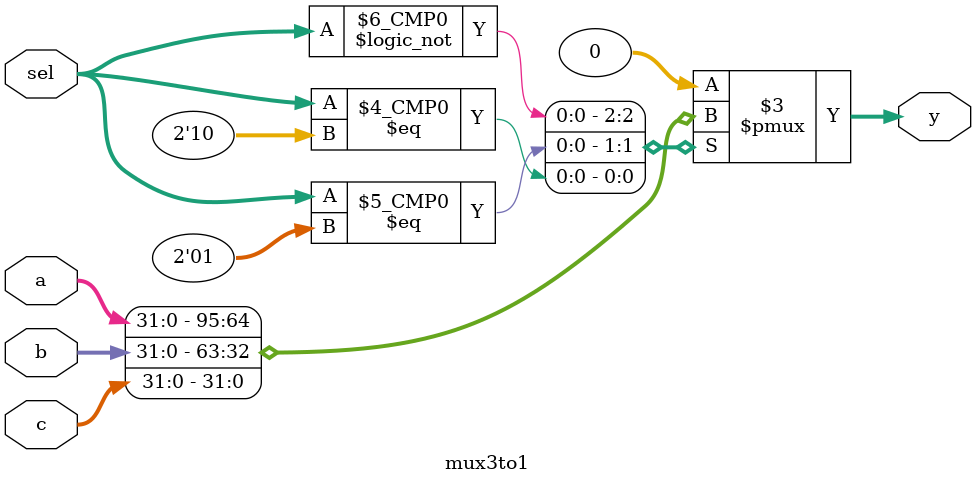
<source format=sv>
module mux3to1(
  input  logic [31:0] a,b,c,
  input  logic [1:0] sel,
  output logic [31:0] y
);
  always_comb begin
    case(sel)
	   2'b00  : y = a    ;
		2'b01  : y = b    ;
		2'b10  : y = c    ;
		default: y = 32'b0;
	 endcase
  end
endmodule
</source>
